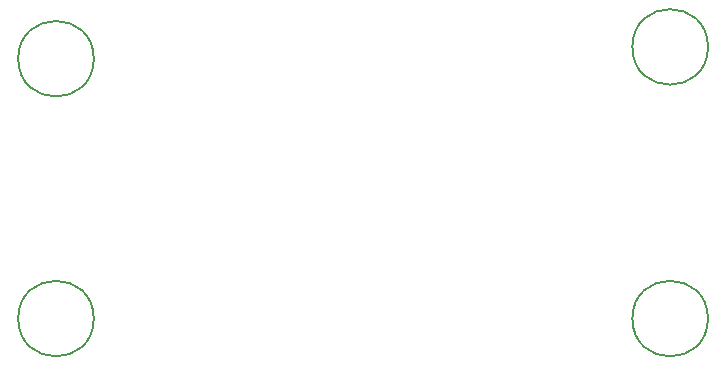
<source format=gbr>
G04 #@! TF.FileFunction,Other,Comment*
%FSLAX46Y46*%
G04 Gerber Fmt 4.6, Leading zero omitted, Abs format (unit mm)*
G04 Created by KiCad (PCBNEW 4.0.6) date 06/06/17 10:00:33*
%MOMM*%
%LPD*%
G01*
G04 APERTURE LIST*
%ADD10C,0.100000*%
%ADD11C,0.150000*%
G04 APERTURE END LIST*
D10*
D11*
X117950000Y-105250000D02*
G75*
G03X117950000Y-105250000I-3200000J0D01*
G01*
X117950000Y-83250000D02*
G75*
G03X117950000Y-83250000I-3200000J0D01*
G01*
X169950000Y-82250000D02*
G75*
G03X169950000Y-82250000I-3200000J0D01*
G01*
X169950000Y-105250000D02*
G75*
G03X169950000Y-105250000I-3200000J0D01*
G01*
M02*

</source>
